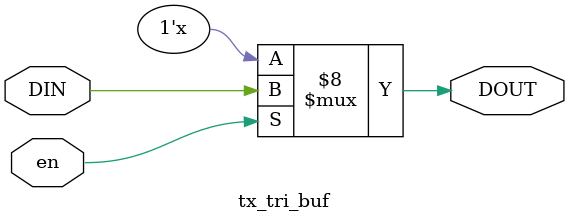
<source format=sv>
module tx_tri_buf(
    input wire logic DIN,
    input wire logic en,
    output logic DOUT 
);
always @ (en) begin
	if (en) begin
		DOUT = DIN;
	end	else if (!en) begin
		DOUT = DOUT;
	end
end	

endmodule
</source>
